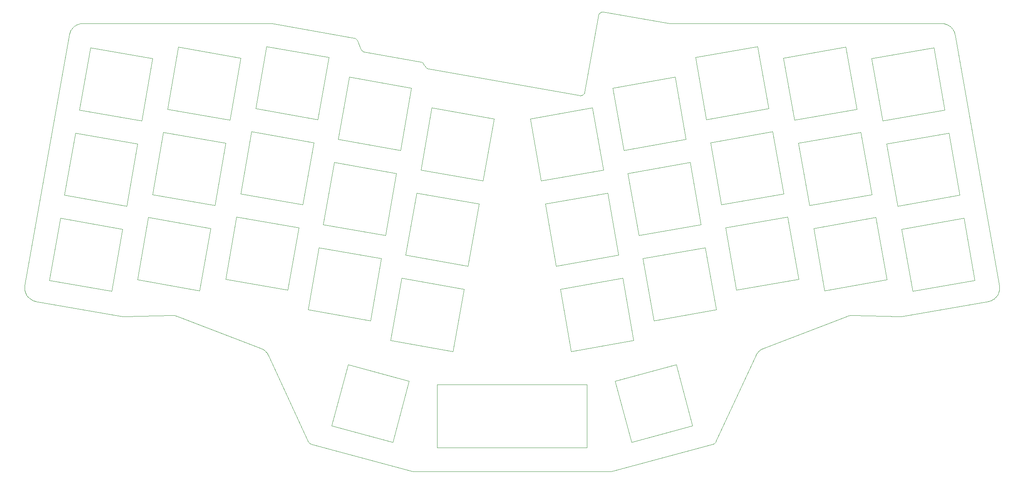
<source format=gm1>
%TF.GenerationSoftware,KiCad,Pcbnew,(5.1.9-0-10_14)*%
%TF.CreationDate,2021-04-02T11:56:41+09:00*%
%TF.ProjectId,pcb-top-plate-rev1,7063622d-746f-4702-9d70-6c6174652d72,rev?*%
%TF.SameCoordinates,Original*%
%TF.FileFunction,Profile,NP*%
%FSLAX46Y46*%
G04 Gerber Fmt 4.6, Leading zero omitted, Abs format (unit mm)*
G04 Created by KiCad (PCBNEW (5.1.9-0-10_14)) date 2021-04-02 11:56:41*
%MOMM*%
%LPD*%
G01*
G04 APERTURE LIST*
%TA.AperFunction,Profile*%
%ADD10C,0.100000*%
%TD*%
G04 APERTURE END LIST*
D10*
X226668117Y-72814917D02*
X229081816Y-86503745D01*
X84897313Y-79292105D02*
X98586142Y-81705825D01*
X82483615Y-92980934D02*
X84897313Y-79292105D01*
X104679052Y-108698084D02*
X101081468Y-122124461D01*
X91252696Y-105100500D02*
X104679052Y-108698084D01*
X87655112Y-118526877D02*
X91252696Y-105100500D01*
X206405465Y-67604318D02*
X192716637Y-70018016D01*
X203991767Y-53915489D02*
X206405465Y-67604318D01*
X158503458Y-95394589D02*
X156089760Y-81705761D01*
X190345485Y-86227104D02*
X176656657Y-88640824D01*
X187931787Y-72538276D02*
X190345485Y-86227104D01*
X174242958Y-74951996D02*
X187931787Y-72538276D01*
X190302938Y-56329188D02*
X203991767Y-53915489D01*
X209713467Y-86364908D02*
X196024639Y-88778606D01*
X176656657Y-88640824D02*
X174242958Y-74951996D01*
X192716637Y-70018016D02*
X190302938Y-56329188D01*
X207299769Y-72676079D02*
X209713467Y-86364908D01*
X193610940Y-75089778D02*
X207299769Y-72676079D01*
X101081468Y-122124461D02*
X87655112Y-118526877D01*
X114325255Y-102149474D02*
X100636426Y-99735754D01*
X116738975Y-88460646D02*
X114325255Y-102149474D01*
X103050146Y-86046926D02*
X116738975Y-88460646D01*
X100636426Y-99735754D02*
X103050146Y-86046926D01*
X143813463Y-109452345D02*
X143813420Y-123352357D01*
X110863450Y-109452345D02*
X143813463Y-109452345D01*
X110863429Y-123352336D02*
X110863450Y-109452345D01*
X143813420Y-123352357D02*
X110863429Y-123352336D01*
X154039454Y-99735711D02*
X140350625Y-102149410D01*
X151625756Y-86046883D02*
X154039454Y-99735711D01*
X137936927Y-88460581D02*
X151625756Y-86046883D01*
X140350625Y-102149410D02*
X137936927Y-88460581D01*
X167010755Y-118526877D02*
X153584378Y-122124461D01*
X163413193Y-105100500D02*
X167010755Y-118526877D01*
X149986816Y-108698084D02*
X163413193Y-105100500D01*
X153584378Y-122124461D02*
X149986816Y-108698084D01*
X172192287Y-92980891D02*
X158503458Y-95394589D01*
X169778588Y-79292062D02*
X172192287Y-92980891D01*
X156089760Y-81705761D02*
X169778588Y-79292062D01*
X58651263Y-88778650D02*
X44962434Y-86364951D01*
X61959265Y-70018059D02*
X48270436Y-67604361D01*
X64372963Y-56329231D02*
X61959265Y-70018059D01*
X50684135Y-53915532D02*
X64372963Y-56329231D01*
X48270436Y-67604361D02*
X50684135Y-53915532D01*
X78017221Y-88638736D02*
X64328392Y-86225037D01*
X80430941Y-74949907D02*
X78017221Y-88638736D01*
X66742112Y-72536209D02*
X80430941Y-74949907D01*
X64328392Y-86225037D02*
X66742112Y-72536209D01*
X96172444Y-95394654D02*
X82483615Y-92980934D01*
X98586142Y-81705825D02*
X96172444Y-95394654D01*
X212979289Y-75228615D02*
X226668117Y-72814917D01*
X215392987Y-88917444D02*
X212979289Y-75228615D01*
X196024639Y-88778606D02*
X193610940Y-75089778D01*
X229081816Y-86503745D02*
X215392987Y-88917444D01*
X107836955Y-38816432D02*
X107760430Y-38723744D01*
X107760430Y-38723744D02*
X107674050Y-38641516D01*
X107674050Y-38641516D02*
X107578901Y-38570425D01*
X107578901Y-38570425D02*
X107476066Y-38511149D01*
X107476066Y-38511149D02*
X107366629Y-38464366D01*
X107366629Y-38464366D02*
X107251676Y-38430755D01*
X107251676Y-38430755D02*
X107204393Y-38421151D01*
X108402339Y-39591751D02*
X107836955Y-38816432D01*
X109036301Y-39987269D02*
X108919191Y-39959218D01*
X108919191Y-39959218D02*
X108807167Y-39917667D01*
X108807167Y-39917667D02*
X108701322Y-39863300D01*
X108701322Y-39863300D02*
X108602744Y-39796796D01*
X108602744Y-39796796D02*
X108512526Y-39718838D01*
X108512526Y-39718838D02*
X108431756Y-39630107D01*
X108431756Y-39630107D02*
X108402339Y-39591751D01*
X142141020Y-45837709D02*
X109036301Y-39987269D01*
X72122878Y-101509763D02*
X72257969Y-101565482D01*
X72257969Y-101565482D02*
X72389641Y-101627439D01*
X72389641Y-101627439D02*
X72517707Y-101695458D01*
X72517707Y-101695458D02*
X72641985Y-101769369D01*
X72641985Y-101769369D02*
X72762289Y-101848999D01*
X72762289Y-101848999D02*
X72878436Y-101934175D01*
X72878436Y-101934175D02*
X72990242Y-102024725D01*
X72990242Y-102024725D02*
X73097522Y-102120476D01*
X73097522Y-102120476D02*
X73200092Y-102221256D01*
X73200092Y-102221256D02*
X73297768Y-102326892D01*
X73297768Y-102326892D02*
X73390365Y-102437212D01*
X73390365Y-102437212D02*
X73477700Y-102552044D01*
X73477700Y-102552044D02*
X73559589Y-102671215D01*
X73559589Y-102671215D02*
X73635846Y-102794552D01*
X73635846Y-102794552D02*
X73706288Y-102921884D01*
X73706288Y-102921884D02*
X73770732Y-103053037D01*
X53577154Y-94383411D02*
X72122878Y-101509763D01*
X52410364Y-94185167D02*
X52522306Y-94183867D01*
X52522306Y-94183867D02*
X52634050Y-94186738D01*
X52634050Y-94186738D02*
X52745483Y-94193759D01*
X52745483Y-94193759D02*
X52856488Y-94204913D01*
X52856488Y-94204913D02*
X52966953Y-94220178D01*
X52966953Y-94220178D02*
X53076761Y-94239535D01*
X53076761Y-94239535D02*
X53185798Y-94262966D01*
X53185798Y-94262966D02*
X53293949Y-94290450D01*
X53293949Y-94290450D02*
X53401101Y-94321969D01*
X53401101Y-94321969D02*
X53507138Y-94357501D01*
X53507138Y-94357501D02*
X53577154Y-94383411D01*
X42283851Y-94491587D02*
X52410364Y-94185167D01*
X180913094Y-103051852D02*
X180977547Y-102920834D01*
X180977547Y-102920834D02*
X181047987Y-102793633D01*
X181047987Y-102793633D02*
X181124232Y-102670422D01*
X181124232Y-102670422D02*
X181206097Y-102551372D01*
X181206097Y-102551372D02*
X181293399Y-102436656D01*
X181293399Y-102436656D02*
X181385954Y-102326445D01*
X181385954Y-102326445D02*
X181483578Y-102220912D01*
X181483578Y-102220912D02*
X181586087Y-102120228D01*
X181586087Y-102120228D02*
X181693298Y-102024566D01*
X181693298Y-102024566D02*
X181805028Y-101934099D01*
X181805028Y-101934099D02*
X181921092Y-101848997D01*
X181921092Y-101848997D02*
X182041307Y-101769433D01*
X182041307Y-101769433D02*
X182165488Y-101695579D01*
X182165488Y-101695579D02*
X182293454Y-101627608D01*
X182293454Y-101627608D02*
X182425019Y-101565690D01*
X182425019Y-101565690D02*
X182560000Y-101510000D01*
X172179001Y-121953950D02*
X180913094Y-103051852D01*
X171505141Y-122558758D02*
X171617869Y-122521279D01*
X171617869Y-122521279D02*
X171724266Y-122471284D01*
X171724266Y-122471284D02*
X171823425Y-122409585D01*
X171823425Y-122409585D02*
X171914442Y-122336993D01*
X171914442Y-122336993D02*
X171996412Y-122254321D01*
X171996412Y-122254321D02*
X172068432Y-122162382D01*
X172068432Y-122162382D02*
X172129596Y-122061987D01*
X172129596Y-122061987D02*
X172179001Y-121953950D01*
X149114475Y-128558435D02*
X171505141Y-122558758D01*
X105551070Y-128558435D02*
X149114475Y-128558435D01*
X83178125Y-122580893D02*
X105551070Y-128558435D01*
X82504092Y-121976688D02*
X82553561Y-122084651D01*
X82553561Y-122084651D02*
X82614778Y-122184968D01*
X82614778Y-122184968D02*
X82686836Y-122276829D01*
X82686836Y-122276829D02*
X82768834Y-122359421D01*
X82768834Y-122359421D02*
X82859865Y-122431935D01*
X82859865Y-122431935D02*
X82959027Y-122493559D01*
X82959027Y-122493559D02*
X83065414Y-122543482D01*
X83065414Y-122543482D02*
X83178125Y-122580893D01*
X73770732Y-103053037D02*
X82504092Y-121976688D01*
X143299520Y-45028521D02*
X143276517Y-45128166D01*
X143276517Y-45128166D02*
X143244215Y-45223162D01*
X143244215Y-45223162D02*
X143179598Y-45356051D01*
X143179598Y-45356051D02*
X143097327Y-45476196D01*
X143097327Y-45476196D02*
X142999364Y-45582229D01*
X142999364Y-45582229D02*
X142887669Y-45672780D01*
X142887669Y-45672780D02*
X142764203Y-45746479D01*
X142764203Y-45746479D02*
X142630929Y-45801958D01*
X142630929Y-45801958D02*
X142489807Y-45837846D01*
X142489807Y-45837846D02*
X142342798Y-45852774D01*
X142342798Y-45852774D02*
X142242491Y-45850406D01*
X142242491Y-45850406D02*
X142141020Y-45837709D01*
X146296214Y-28225326D02*
X143299520Y-45028521D01*
X147453164Y-27415879D02*
X147351783Y-27403346D01*
X147351783Y-27403346D02*
X147251577Y-27401121D01*
X147251577Y-27401121D02*
X147104735Y-27416220D01*
X147104735Y-27416220D02*
X146963792Y-27452231D01*
X146963792Y-27452231D02*
X146830702Y-27507786D01*
X146830702Y-27507786D02*
X146707418Y-27581518D01*
X146707418Y-27581518D02*
X146595896Y-27672061D01*
X146595896Y-27672061D02*
X146498089Y-27778047D01*
X146498089Y-27778047D02*
X146415952Y-27898111D01*
X146415952Y-27898111D02*
X146351439Y-28030885D01*
X146351439Y-28030885D02*
X146319186Y-28125787D01*
X146319186Y-28125787D02*
X146296214Y-28225326D01*
X161967566Y-29957628D02*
X147453164Y-27415879D01*
X61064983Y-75089821D02*
X58651263Y-88778650D01*
X47376154Y-72676123D02*
X61064983Y-75089821D01*
X44962434Y-86364951D02*
X47376154Y-72676123D01*
X41679344Y-94448652D02*
X41791878Y-94466013D01*
X41791878Y-94466013D02*
X41904921Y-94479089D01*
X41904921Y-94479089D02*
X42018353Y-94487869D01*
X42018353Y-94487869D02*
X42132050Y-94492342D01*
X42132050Y-94492342D02*
X42245892Y-94492496D01*
X42245892Y-94492496D02*
X42283851Y-94491587D01*
X22642565Y-91139573D02*
X41679344Y-94448652D01*
X20208454Y-87662568D02*
X20185404Y-87815355D01*
X20185404Y-87815355D02*
X20170280Y-87967483D01*
X20170280Y-87967483D02*
X20162928Y-88118732D01*
X20162928Y-88118732D02*
X20163196Y-88268883D01*
X20163196Y-88268883D02*
X20170930Y-88417718D01*
X20170930Y-88417718D02*
X20185978Y-88565018D01*
X20185978Y-88565018D02*
X20208185Y-88710565D01*
X20208185Y-88710565D02*
X20237400Y-88854139D01*
X20237400Y-88854139D02*
X20273468Y-88995521D01*
X20273468Y-88995521D02*
X20316237Y-89134495D01*
X20316237Y-89134495D02*
X20365554Y-89270839D01*
X20365554Y-89270839D02*
X20421265Y-89404337D01*
X20421265Y-89404337D02*
X20483218Y-89534768D01*
X20483218Y-89534768D02*
X20551259Y-89661915D01*
X20551259Y-89661915D02*
X20625236Y-89785559D01*
X20625236Y-89785559D02*
X20704994Y-89905481D01*
X20704994Y-89905481D02*
X20790382Y-90021462D01*
X20790382Y-90021462D02*
X20881245Y-90133283D01*
X20881245Y-90133283D02*
X20977431Y-90240727D01*
X20977431Y-90240727D02*
X21078787Y-90343573D01*
X21078787Y-90343573D02*
X21185160Y-90441604D01*
X21185160Y-90441604D02*
X21296396Y-90534601D01*
X21296396Y-90534601D02*
X21412342Y-90622345D01*
X21412342Y-90622345D02*
X21532846Y-90704617D01*
X21532846Y-90704617D02*
X21657754Y-90781199D01*
X21657754Y-90781199D02*
X21786913Y-90851872D01*
X21786913Y-90851872D02*
X21920169Y-90916417D01*
X21920169Y-90916417D02*
X22057371Y-90974616D01*
X22057371Y-90974616D02*
X22198365Y-91026250D01*
X22198365Y-91026250D02*
X22342997Y-91071099D01*
X22342997Y-91071099D02*
X22491114Y-91108947D01*
X22491114Y-91108947D02*
X22642565Y-91139573D01*
X29981738Y-32435082D02*
X20208454Y-87662568D01*
X32935907Y-29957498D02*
X32800109Y-29960538D01*
X32800109Y-29960538D02*
X32665685Y-29969577D01*
X32665685Y-29969577D02*
X32532778Y-29984497D01*
X32532778Y-29984497D02*
X32401529Y-30005177D01*
X32401529Y-30005177D02*
X32272084Y-30031496D01*
X32272084Y-30031496D02*
X32144584Y-30063335D01*
X32144584Y-30063335D02*
X32019173Y-30100573D01*
X32019173Y-30100573D02*
X31895995Y-30143091D01*
X31895995Y-30143091D02*
X31775192Y-30190768D01*
X31775192Y-30190768D02*
X31656908Y-30243484D01*
X31656908Y-30243484D02*
X31541285Y-30301119D01*
X31541285Y-30301119D02*
X31428468Y-30363554D01*
X31428468Y-30363554D02*
X31318599Y-30430667D01*
X31318599Y-30430667D02*
X31211822Y-30502339D01*
X31211822Y-30502339D02*
X31108279Y-30578450D01*
X31108279Y-30578450D02*
X31008115Y-30658879D01*
X31008115Y-30658879D02*
X30911471Y-30743507D01*
X30911471Y-30743507D02*
X30818492Y-30832213D01*
X30818492Y-30832213D02*
X30729321Y-30924878D01*
X30729321Y-30924878D02*
X30644100Y-31021380D01*
X30644100Y-31021380D02*
X30562973Y-31121601D01*
X30562973Y-31121601D02*
X30486083Y-31225420D01*
X30486083Y-31225420D02*
X30413574Y-31332717D01*
X30413574Y-31332717D02*
X30345588Y-31443372D01*
X30345588Y-31443372D02*
X30282270Y-31557265D01*
X30282270Y-31557265D02*
X30223761Y-31674275D01*
X30223761Y-31674275D02*
X30170205Y-31794283D01*
X30170205Y-31794283D02*
X30121746Y-31917168D01*
X30121746Y-31917168D02*
X30078526Y-32042810D01*
X30078526Y-32042810D02*
X30040690Y-32171090D01*
X30040690Y-32171090D02*
X30008379Y-32301887D01*
X30008379Y-32301887D02*
X29981738Y-32435082D01*
X74585281Y-29957628D02*
X32935907Y-29957498D01*
X92541399Y-33139195D02*
X74585281Y-29957628D01*
X93284097Y-33725313D02*
X93227354Y-33614236D01*
X93227354Y-33614236D02*
X93158097Y-33512224D01*
X93158097Y-33512224D02*
X93077426Y-33420147D01*
X93077426Y-33420147D02*
X92986443Y-33338873D01*
X92986443Y-33338873D02*
X92886247Y-33269271D01*
X92886247Y-33269271D02*
X92777941Y-33212211D01*
X92777941Y-33212211D02*
X92662624Y-33168563D01*
X92662624Y-33168563D02*
X92541399Y-33139195D01*
X94113934Y-35634973D02*
X93284097Y-33725313D01*
X94855663Y-36220919D02*
X94734584Y-36191471D01*
X94734584Y-36191471D02*
X94619414Y-36147777D01*
X94619414Y-36147777D02*
X94511251Y-36090703D01*
X94511251Y-36090703D02*
X94411192Y-36021116D01*
X94411192Y-36021116D02*
X94320333Y-35939883D01*
X94320333Y-35939883D02*
X94239773Y-35847870D01*
X94239773Y-35847870D02*
X94170607Y-35745944D01*
X94170607Y-35745944D02*
X94113934Y-35634973D01*
X107204393Y-38421151D02*
X94855663Y-36220919D01*
X232007348Y-91144870D02*
X232158726Y-91114237D01*
X232158726Y-91114237D02*
X232306775Y-91076389D01*
X232306775Y-91076389D02*
X232451342Y-91031545D01*
X232451342Y-91031545D02*
X232592273Y-90979922D01*
X232592273Y-90979922D02*
X232729415Y-90921740D01*
X232729415Y-90921740D02*
X232862616Y-90857217D01*
X232862616Y-90857217D02*
X232991723Y-90786571D01*
X232991723Y-90786571D02*
X233116582Y-90710020D01*
X233116582Y-90710020D02*
X233237040Y-90627783D01*
X233237040Y-90627783D02*
X233352946Y-90540079D01*
X233352946Y-90540079D02*
X233464145Y-90447126D01*
X233464145Y-90447126D02*
X233570485Y-90349142D01*
X233570485Y-90349142D02*
X233671813Y-90246345D01*
X233671813Y-90246345D02*
X233767976Y-90138955D01*
X233767976Y-90138955D02*
X233858820Y-90027190D01*
X233858820Y-90027190D02*
X233944194Y-89911267D01*
X233944194Y-89911267D02*
X234023943Y-89791406D01*
X234023943Y-89791406D02*
X234097915Y-89667825D01*
X234097915Y-89667825D02*
X234165958Y-89540742D01*
X234165958Y-89540742D02*
X234227917Y-89410376D01*
X234227917Y-89410376D02*
X234283641Y-89276944D01*
X234283641Y-89276944D02*
X234332976Y-89140667D01*
X234332976Y-89140667D02*
X234375769Y-89001761D01*
X234375769Y-89001761D02*
X234411867Y-88860446D01*
X234411867Y-88860446D02*
X234441117Y-88716940D01*
X234441117Y-88716940D02*
X234463367Y-88571461D01*
X234463367Y-88571461D02*
X234478463Y-88424228D01*
X234478463Y-88424228D02*
X234486253Y-88275459D01*
X234486253Y-88275459D02*
X234486583Y-88125372D01*
X234486583Y-88125372D02*
X234479300Y-87974187D01*
X234479300Y-87974187D02*
X234464252Y-87822121D01*
X234464252Y-87822121D02*
X234441286Y-87669393D01*
X212996730Y-94449707D02*
X232007348Y-91144870D01*
X212391878Y-94492663D02*
X212505803Y-94493952D01*
X212505803Y-94493952D02*
X212619628Y-94490920D01*
X212619628Y-94490920D02*
X212733228Y-94483575D01*
X212733228Y-94483575D02*
X212846480Y-94471925D01*
X212846480Y-94471925D02*
X212959262Y-94455976D01*
X212959262Y-94455976D02*
X212996730Y-94449707D01*
X221749275Y-29957628D02*
X161967566Y-29957628D01*
X224703702Y-32436632D02*
X224677114Y-32303376D01*
X224677114Y-32303376D02*
X224644852Y-32172518D01*
X224644852Y-32172518D02*
X224607059Y-32044176D01*
X224607059Y-32044176D02*
X224563878Y-31918471D01*
X224563878Y-31918471D02*
X224515453Y-31795524D01*
X224515453Y-31795524D02*
X224461926Y-31675454D01*
X224461926Y-31675454D02*
X224403442Y-31558382D01*
X224403442Y-31558382D02*
X224340143Y-31444428D01*
X224340143Y-31444428D02*
X224272173Y-31333712D01*
X224272173Y-31333712D02*
X224199676Y-31226355D01*
X224199676Y-31226355D02*
X224122793Y-31122476D01*
X224122793Y-31122476D02*
X224041670Y-31022197D01*
X224041670Y-31022197D02*
X223956449Y-30925637D01*
X223956449Y-30925637D02*
X223867273Y-30832917D01*
X223867273Y-30832917D02*
X223774286Y-30744157D01*
X223774286Y-30744157D02*
X223677631Y-30659477D01*
X223677631Y-30659477D02*
X223577452Y-30578997D01*
X223577452Y-30578997D02*
X223473891Y-30502838D01*
X223473891Y-30502838D02*
X223367092Y-30431120D01*
X223367092Y-30431120D02*
X223257199Y-30363963D01*
X223257199Y-30363963D02*
X223144355Y-30301487D01*
X223144355Y-30301487D02*
X223028702Y-30243813D01*
X223028702Y-30243813D02*
X222910385Y-30191062D01*
X222910385Y-30191062D02*
X222789547Y-30143352D01*
X222789547Y-30143352D02*
X222666331Y-30100805D01*
X222666331Y-30100805D02*
X222540880Y-30063541D01*
X222540880Y-30063541D02*
X222413338Y-30031679D01*
X222413338Y-30031679D02*
X222283848Y-30005341D01*
X222283848Y-30005341D02*
X222152553Y-29984647D01*
X222152553Y-29984647D02*
X222019597Y-29969716D01*
X222019597Y-29969716D02*
X221885123Y-29960670D01*
X221885123Y-29960670D02*
X221749275Y-29957628D01*
X234441286Y-87669393D02*
X224703702Y-32436632D01*
X223360115Y-54054326D02*
X225773835Y-67743155D01*
X209671287Y-56468025D02*
X223360115Y-54054326D01*
X212085007Y-70156853D02*
X209671287Y-56468025D01*
X225773835Y-67743155D02*
X212085007Y-70156853D01*
X206363306Y-37707434D02*
X220052134Y-35293736D01*
X208777004Y-51396263D02*
X206363306Y-37707434D01*
X222465833Y-48982564D02*
X208777004Y-51396263D01*
X220052134Y-35293736D02*
X222465833Y-48982564D01*
X186994957Y-37568619D02*
X200683786Y-35154899D01*
X189408656Y-51257447D02*
X186994957Y-37568619D01*
X203097485Y-48843727D02*
X189408656Y-51257447D01*
X200683786Y-35154899D02*
X203097485Y-48843727D01*
X184623784Y-53777685D02*
X187037504Y-67466514D01*
X170934956Y-56191405D02*
X184623784Y-53777685D01*
X173348676Y-69880234D02*
X170934956Y-56191405D01*
X187037504Y-67466514D02*
X173348676Y-69880234D01*
X167626975Y-37430815D02*
X181315804Y-35017116D01*
X170040674Y-51119643D02*
X167626975Y-37430815D01*
X183729502Y-48705945D02*
X170040674Y-51119643D01*
X181315804Y-35017116D02*
X183729502Y-48705945D01*
X166470586Y-60531472D02*
X168884284Y-74220300D01*
X152781757Y-62945170D02*
X166470586Y-60531472D01*
X155195456Y-76633999D02*
X152781757Y-62945170D01*
X168884284Y-74220300D02*
X155195456Y-76633999D01*
X149473777Y-44184602D02*
X163162605Y-41770881D01*
X151887475Y-57873430D02*
X149473777Y-44184602D01*
X165576304Y-55459710D02*
X151887475Y-57873430D01*
X163162605Y-41770881D02*
X165576304Y-55459710D01*
X134628946Y-69699991D02*
X148317775Y-67286292D01*
X137042645Y-83388819D02*
X134628946Y-69699991D01*
X150731473Y-80975121D02*
X137042645Y-83388819D01*
X148317775Y-67286292D02*
X150731473Y-80975121D01*
X131320944Y-50939400D02*
X145009773Y-48525702D01*
X133734664Y-64628229D02*
X131320944Y-50939400D01*
X147423493Y-62214530D02*
X133734664Y-64628229D01*
X145009773Y-48525702D02*
X147423493Y-62214530D01*
X107252430Y-62214595D02*
X109666129Y-48525766D01*
X120941259Y-64628293D02*
X107252430Y-62214595D01*
X123354957Y-50939465D02*
X120941259Y-64628293D01*
X109666129Y-48525766D02*
X123354957Y-50939465D01*
X106358127Y-67286357D02*
X120046955Y-69700055D01*
X103944428Y-80975185D02*
X106358127Y-67286357D01*
X117633257Y-83388884D02*
X103944428Y-80975185D01*
X120046955Y-69700055D02*
X117633257Y-83388884D01*
X89099598Y-55459753D02*
X91513318Y-41770946D01*
X102788426Y-57873473D02*
X89099598Y-55459753D01*
X105202146Y-44184645D02*
X102788426Y-57873473D01*
X91513318Y-41770946D02*
X105202146Y-44184645D01*
X88205316Y-60531515D02*
X101894144Y-62945235D01*
X85791617Y-74220344D02*
X88205316Y-60531515D01*
X99480446Y-76634064D02*
X85791617Y-74220344D01*
X101894144Y-62945235D02*
X99480446Y-76634064D01*
X70944397Y-48703856D02*
X73358095Y-35015028D01*
X84633225Y-51117576D02*
X70944397Y-48703856D01*
X87046924Y-37428748D02*
X84633225Y-51117576D01*
X73358095Y-35015028D02*
X87046924Y-37428748D01*
X70050115Y-53775618D02*
X83738943Y-56189317D01*
X67636395Y-67464447D02*
X70050115Y-53775618D01*
X81325223Y-69878145D02*
X67636395Y-67464447D01*
X83738943Y-56189317D02*
X81325223Y-69878145D01*
X51578439Y-48843770D02*
X53992137Y-35154942D01*
X65267267Y-51257469D02*
X51578439Y-48843770D01*
X67680966Y-37568640D02*
X65267267Y-51257469D01*
X53992137Y-35154942D02*
X67680966Y-37568640D01*
X32210069Y-48982608D02*
X34623789Y-35293779D01*
X45898897Y-51396306D02*
X32210069Y-48982608D01*
X48312617Y-37707477D02*
X45898897Y-51396306D01*
X34623789Y-35293779D02*
X48312617Y-37707477D01*
X28902066Y-67743176D02*
X31315786Y-54054348D01*
X42590895Y-70156896D02*
X28902066Y-67743176D01*
X45004615Y-56468068D02*
X42590895Y-70156896D01*
X31315786Y-54054348D02*
X45004615Y-56468068D01*
X39282914Y-88917487D02*
X25594086Y-86503767D01*
X41696613Y-75228658D02*
X39282914Y-88917487D01*
X28007784Y-72814938D02*
X41696613Y-75228658D01*
X25594086Y-86503767D02*
X28007784Y-72814938D01*
X202265903Y-94185232D02*
X212391878Y-94492663D01*
X201098425Y-94383626D02*
X201203716Y-94345393D01*
X201203716Y-94345393D02*
X201310199Y-94311165D01*
X201310199Y-94311165D02*
X201417760Y-94280962D01*
X201417760Y-94280962D02*
X201526283Y-94254804D01*
X201526283Y-94254804D02*
X201635655Y-94232710D01*
X201635655Y-94232710D02*
X201745759Y-94214700D01*
X201745759Y-94214700D02*
X201856482Y-94200794D01*
X201856482Y-94200794D02*
X201967709Y-94191011D01*
X201967709Y-94191011D02*
X202079324Y-94185371D01*
X202079324Y-94185371D02*
X202191214Y-94183894D01*
X202191214Y-94183894D02*
X202265903Y-94185232D01*
X182560000Y-101510000D02*
X201098425Y-94383626D01*
M02*

</source>
